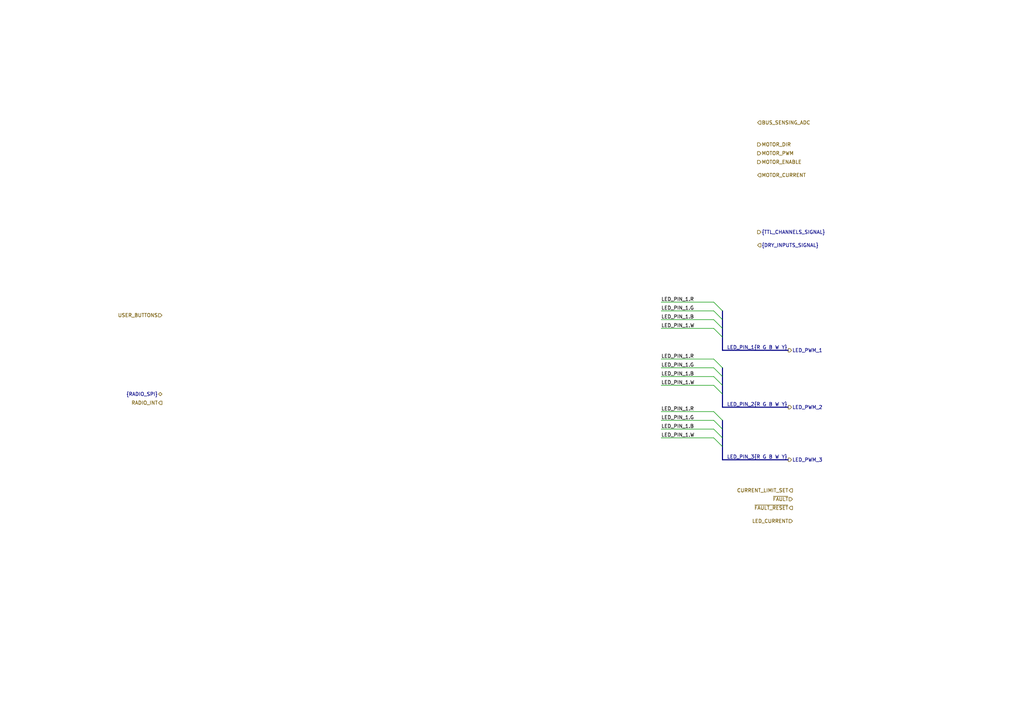
<source format=kicad_sch>
(kicad_sch
	(version 20250114)
	(generator "eeschema")
	(generator_version "9.0")
	(uuid "599154be-6ff7-44bc-a855-eb69d46eaf3b")
	(paper "A4")
	(lib_symbols)
	(bus_entry
		(at 209.55 90.17)
		(size -2.54 -2.54)
		(stroke
			(width 0)
			(type default)
		)
		(uuid "007ceb2f-f6d3-4e50-a13f-4e6cd2528805")
	)
	(bus_entry
		(at 209.55 121.92)
		(size -2.54 -2.54)
		(stroke
			(width 0)
			(type default)
		)
		(uuid "0cb57481-833b-4bca-a155-212bca209e34")
	)
	(bus_entry
		(at 209.55 114.3)
		(size -2.54 -2.54)
		(stroke
			(width 0)
			(type default)
		)
		(uuid "117de8e6-aeab-4265-ac2d-8ebc0c42a46b")
	)
	(bus_entry
		(at 209.55 109.22)
		(size -2.54 -2.54)
		(stroke
			(width 0)
			(type default)
		)
		(uuid "27c6dc05-865a-444d-85e3-a5d36fb2286c")
	)
	(bus_entry
		(at 209.55 97.79)
		(size -2.54 -2.54)
		(stroke
			(width 0)
			(type default)
		)
		(uuid "38fe29d6-f31b-4790-adbf-110e7da9c8d4")
	)
	(bus_entry
		(at 209.55 127)
		(size -2.54 -2.54)
		(stroke
			(width 0)
			(type default)
		)
		(uuid "520f4b7a-2c59-4083-9d9d-30ce3207e345")
	)
	(bus_entry
		(at 209.55 111.76)
		(size -2.54 -2.54)
		(stroke
			(width 0)
			(type default)
		)
		(uuid "783090b0-e45e-476b-b5b7-0f5f4392fda8")
	)
	(bus_entry
		(at 209.55 95.25)
		(size -2.54 -2.54)
		(stroke
			(width 0)
			(type default)
		)
		(uuid "b628e186-d076-4d7e-9a68-706505fb5584")
	)
	(bus_entry
		(at 209.55 106.68)
		(size -2.54 -2.54)
		(stroke
			(width 0)
			(type default)
		)
		(uuid "cf59ef09-c303-4bde-a592-51f48f1ddaf4")
	)
	(bus_entry
		(at 209.55 129.54)
		(size -2.54 -2.54)
		(stroke
			(width 0)
			(type default)
		)
		(uuid "ddc9626b-3eef-4435-8d2e-2073525eb28d")
	)
	(bus_entry
		(at 209.55 124.46)
		(size -2.54 -2.54)
		(stroke
			(width 0)
			(type default)
		)
		(uuid "e1c259c7-1cc6-4661-b073-c7de9943b857")
	)
	(bus_entry
		(at 209.55 92.71)
		(size -2.54 -2.54)
		(stroke
			(width 0)
			(type default)
		)
		(uuid "faa10a90-731c-4458-9299-653a807cfa22")
	)
	(bus
		(pts
			(xy 209.55 95.25) (xy 209.55 97.79)
		)
		(stroke
			(width 0)
			(type default)
		)
		(uuid "15a18d86-248a-4f17-b25c-27cec4c7f574")
	)
	(wire
		(pts
			(xy 191.77 124.46) (xy 207.01 124.46)
		)
		(stroke
			(width 0)
			(type default)
		)
		(uuid "23ee3015-a0c3-47af-bcc4-1c2c2adab17f")
	)
	(bus
		(pts
			(xy 209.55 127) (xy 209.55 129.54)
		)
		(stroke
			(width 0)
			(type default)
		)
		(uuid "280a946c-8177-4c5a-8613-e583da80240b")
	)
	(wire
		(pts
			(xy 191.77 90.17) (xy 207.01 90.17)
		)
		(stroke
			(width 0)
			(type default)
		)
		(uuid "41b32a4a-7bbc-4d0e-ac15-fccd90b1e626")
	)
	(bus
		(pts
			(xy 209.55 118.11) (xy 209.55 114.3)
		)
		(stroke
			(width 0)
			(type default)
		)
		(uuid "465ffe91-4d63-4ee4-aea9-27bcb1d5a8fa")
	)
	(wire
		(pts
			(xy 191.77 109.22) (xy 207.01 109.22)
		)
		(stroke
			(width 0)
			(type default)
		)
		(uuid "4c592641-44c9-4127-a6f5-376f5dce285d")
	)
	(wire
		(pts
			(xy 191.77 119.38) (xy 207.01 119.38)
		)
		(stroke
			(width 0)
			(type default)
		)
		(uuid "56b5abfa-4421-42d2-aa14-b261d262a891")
	)
	(wire
		(pts
			(xy 191.77 127) (xy 207.01 127)
		)
		(stroke
			(width 0)
			(type default)
		)
		(uuid "58932194-b4c9-4d21-9425-5aba1a97cb02")
	)
	(wire
		(pts
			(xy 191.77 106.68) (xy 207.01 106.68)
		)
		(stroke
			(width 0)
			(type default)
		)
		(uuid "597e812c-094f-4854-8b41-e4aa4081d691")
	)
	(bus
		(pts
			(xy 209.55 90.17) (xy 209.55 92.71)
		)
		(stroke
			(width 0)
			(type default)
		)
		(uuid "63528cc2-560e-43d1-85f2-d769d74f69b9")
	)
	(bus
		(pts
			(xy 209.55 121.92) (xy 209.55 124.46)
		)
		(stroke
			(width 0)
			(type default)
		)
		(uuid "65f95260-f180-4004-a604-5c1b13ac3d36")
	)
	(bus
		(pts
			(xy 209.55 124.46) (xy 209.55 127)
		)
		(stroke
			(width 0)
			(type default)
		)
		(uuid "7080d0e9-274a-4197-b34b-c9b57ed708eb")
	)
	(bus
		(pts
			(xy 209.55 111.76) (xy 209.55 114.3)
		)
		(stroke
			(width 0)
			(type default)
		)
		(uuid "75821c79-de8b-4111-8dca-a22785bf2abb")
	)
	(wire
		(pts
			(xy 191.77 104.14) (xy 207.01 104.14)
		)
		(stroke
			(width 0)
			(type default)
		)
		(uuid "8a534402-2f87-4252-abb1-d398d3905277")
	)
	(bus
		(pts
			(xy 209.55 133.35) (xy 209.55 129.54)
		)
		(stroke
			(width 0)
			(type default)
		)
		(uuid "8c12680c-8401-4197-92db-97ff4b462fb4")
	)
	(bus
		(pts
			(xy 209.55 92.71) (xy 209.55 95.25)
		)
		(stroke
			(width 0)
			(type default)
		)
		(uuid "8e8d487e-4195-451f-acdf-0962e650c7b7")
	)
	(bus
		(pts
			(xy 209.55 133.35) (xy 228.6 133.35)
		)
		(stroke
			(width 0)
			(type default)
		)
		(uuid "a07f756b-a088-4780-a1f9-329c581b88ff")
	)
	(bus
		(pts
			(xy 209.55 101.6) (xy 228.6 101.6)
		)
		(stroke
			(width 0)
			(type default)
		)
		(uuid "aa27236e-6761-4237-8d44-dfb6cb8d45d9")
	)
	(bus
		(pts
			(xy 209.55 101.6) (xy 209.55 97.79)
		)
		(stroke
			(width 0)
			(type default)
		)
		(uuid "b5a3601c-71f1-41bf-bada-008211e9ddc3")
	)
	(wire
		(pts
			(xy 191.77 87.63) (xy 207.01 87.63)
		)
		(stroke
			(width 0)
			(type default)
		)
		(uuid "bb875b18-f33c-4cad-8776-5659b8c92430")
	)
	(wire
		(pts
			(xy 191.77 111.76) (xy 207.01 111.76)
		)
		(stroke
			(width 0)
			(type default)
		)
		(uuid "c4124f63-d450-4cc3-8c2e-27720489e13b")
	)
	(wire
		(pts
			(xy 191.77 95.25) (xy 207.01 95.25)
		)
		(stroke
			(width 0)
			(type default)
		)
		(uuid "c41ef510-33ce-4dad-b19b-c07bdde645f4")
	)
	(bus
		(pts
			(xy 209.55 109.22) (xy 209.55 111.76)
		)
		(stroke
			(width 0)
			(type default)
		)
		(uuid "d1c79c5f-d869-4378-aaa1-bd96c442f607")
	)
	(bus
		(pts
			(xy 209.55 118.11) (xy 228.6 118.11)
		)
		(stroke
			(width 0)
			(type default)
		)
		(uuid "e0668af3-22f8-4ec3-85ab-2a0b67b6f087")
	)
	(wire
		(pts
			(xy 191.77 121.92) (xy 207.01 121.92)
		)
		(stroke
			(width 0)
			(type default)
		)
		(uuid "e2c74052-fe7b-4b23-97fe-db1d6126178e")
	)
	(wire
		(pts
			(xy 191.77 92.71) (xy 207.01 92.71)
		)
		(stroke
			(width 0)
			(type default)
		)
		(uuid "ec51ffe1-f3ae-4be7-99b0-2ef775196720")
	)
	(bus
		(pts
			(xy 209.55 106.68) (xy 209.55 109.22)
		)
		(stroke
			(width 0)
			(type default)
		)
		(uuid "ed1e30b5-7b6a-4771-bf9d-2980c1e02d43")
	)
	(label "LED_PIN_1.R"
		(at 191.77 104.14 0)
		(effects
			(font
				(size 1.016 1.016)
			)
			(justify left bottom)
		)
		(uuid "05c677fe-9e14-4288-8ea4-fd68f75c5b58")
	)
	(label "LED_PIN_1.B"
		(at 191.77 109.22 0)
		(effects
			(font
				(size 1.016 1.016)
			)
			(justify left bottom)
		)
		(uuid "10fbe30c-4d70-4182-93bb-60600533592f")
	)
	(label "LED_PIN_1.G"
		(at 191.77 106.68 0)
		(effects
			(font
				(size 1.016 1.016)
			)
			(justify left bottom)
		)
		(uuid "20485252-e2f7-466c-b07a-0242c507d843")
	)
	(label "LED_PIN_2{R G B W Y}"
		(at 210.82 118.11 0)
		(effects
			(font
				(size 1.016 1.016)
			)
			(justify left bottom)
		)
		(uuid "257c6c12-bd52-4abc-8b15-637c5138551a")
	)
	(label "LED_PIN_1{R G B W Y}"
		(at 210.82 101.6 0)
		(effects
			(font
				(size 1.016 1.016)
			)
			(justify left bottom)
		)
		(uuid "2b6442f4-a245-42b8-8c93-3d73e0545280")
	)
	(label "LED_PIN_1.B"
		(at 191.77 124.46 0)
		(effects
			(font
				(size 1.016 1.016)
			)
			(justify left bottom)
		)
		(uuid "3d423d14-e099-4bf5-a309-d1d2f189fa70")
	)
	(label "LED_PIN_1.G"
		(at 191.77 90.17 0)
		(effects
			(font
				(size 1.016 1.016)
			)
			(justify left bottom)
		)
		(uuid "5e35b981-bd54-48b2-a1d1-a5e585c83853")
	)
	(label "LED_PIN_1.W"
		(at 191.77 127 0)
		(effects
			(font
				(size 1.016 1.016)
			)
			(justify left bottom)
		)
		(uuid "6728eca7-7780-45e0-84c2-10940cc92373")
	)
	(label "LED_PIN_1.R"
		(at 191.77 119.38 0)
		(effects
			(font
				(size 1.016 1.016)
			)
			(justify left bottom)
		)
		(uuid "8d1364c6-0d27-410c-93fd-1256cf1316aa")
	)
	(label "LED_PIN_1.B"
		(at 191.77 92.71 0)
		(effects
			(font
				(size 1.016 1.016)
			)
			(justify left bottom)
		)
		(uuid "9679f088-056f-4229-a032-959fd10c08d6")
	)
	(label "LED_PIN_1.G"
		(at 191.77 121.92 0)
		(effects
			(font
				(size 1.016 1.016)
			)
			(justify left bottom)
		)
		(uuid "b4b0a0a8-fb5b-4fca-adc1-adc3124534e3")
	)
	(label "LED_PIN_1.R"
		(at 191.77 87.63 0)
		(effects
			(font
				(size 1.016 1.016)
			)
			(justify left bottom)
		)
		(uuid "d56ff5c2-a790-4d5e-9410-f53c4c1a14ec")
	)
	(label "LED_PIN_1.W"
		(at 191.77 111.76 0)
		(effects
			(font
				(size 1.016 1.016)
			)
			(justify left bottom)
		)
		(uuid "d746d4b0-95fd-4bd8-9a21-d03045dfba27")
	)
	(label "LED_PIN_1.W"
		(at 191.77 95.25 0)
		(effects
			(font
				(size 1.016 1.016)
			)
			(justify left bottom)
		)
		(uuid "eac58688-1fee-4379-9059-1db9206a68e3")
	)
	(label "LED_PIN_3{R G B W Y}"
		(at 210.82 133.35 0)
		(effects
			(font
				(size 1.016 1.016)
			)
			(justify left bottom)
		)
		(uuid "eecf3704-0aec-43fc-987d-2257a4553fef")
	)
	(hierarchical_label "{TTL_CHANNELS_SIGNAL}"
		(shape output)
		(at 219.71 67.31 0)
		(effects
			(font
				(size 1.016 1.016)
			)
			(justify left)
		)
		(uuid "1d983d63-5780-4f78-81ab-bb8122bdf139")
	)
	(hierarchical_label "LED_PWM_1"
		(shape output)
		(at 228.6 101.6 0)
		(effects
			(font
				(size 1.016 1.016)
			)
			(justify left)
		)
		(uuid "26072ba0-44da-4cfc-af28-52d36773bdc1")
	)
	(hierarchical_label "~{FAULT_RESET}"
		(shape output)
		(at 229.87 147.32 180)
		(effects
			(font
				(size 1.016 1.016)
			)
			(justify right)
		)
		(uuid "2d56b39c-f202-4390-9f77-720ab6235866")
	)
	(hierarchical_label "MOTOR_ENABLE"
		(shape output)
		(at 219.71 46.99 0)
		(effects
			(font
				(size 1.016 1.016)
			)
			(justify left)
		)
		(uuid "30a87344-b242-40ce-a79a-db5d8507fa27")
	)
	(hierarchical_label "{DRY_INPUTS_SIGNAL}"
		(shape input)
		(at 219.71 71.12 0)
		(effects
			(font
				(size 1.016 1.016)
			)
			(justify left)
		)
		(uuid "327c5100-331f-42dc-9392-35feedb9bf59")
	)
	(hierarchical_label "LED_PWM_2"
		(shape output)
		(at 228.6 118.11 0)
		(effects
			(font
				(size 1.016 1.016)
			)
			(justify left)
		)
		(uuid "43e0e03b-56a1-4b7e-82ca-d7811036a591")
	)
	(hierarchical_label "RADIO_INT"
		(shape output)
		(at 46.99 116.84 180)
		(effects
			(font
				(size 1.016 1.016)
			)
			(justify right)
		)
		(uuid "4fa0aa8b-367f-4634-896d-2ff3499d9ad2")
	)
	(hierarchical_label "LED_CURRENT"
		(shape input)
		(at 229.87 151.13 180)
		(effects
			(font
				(size 1.016 1.016)
			)
			(justify right)
		)
		(uuid "5d9899c4-ae5c-4ef7-9259-2d756930c4c9")
	)
	(hierarchical_label "MOTOR_DIR"
		(shape output)
		(at 219.71 41.91 0)
		(effects
			(font
				(size 1.016 1.016)
			)
			(justify left)
		)
		(uuid "5dc3bceb-5361-462f-8c38-0c713fa036c9")
	)
	(hierarchical_label "{RADIO_SPI}"
		(shape bidirectional)
		(at 46.99 114.3 180)
		(effects
			(font
				(size 1.016 1.016)
			)
			(justify right)
		)
		(uuid "74348bdf-80de-4214-b545-5ca0363442b1")
	)
	(hierarchical_label "LED_PWM_3"
		(shape output)
		(at 228.6 133.35 0)
		(effects
			(font
				(size 1.016 1.016)
			)
			(justify left)
		)
		(uuid "8779d3e7-bf4f-45db-a305-a7d8289fc1fc")
	)
	(hierarchical_label "MOTOR_PWM"
		(shape output)
		(at 219.71 44.45 0)
		(effects
			(font
				(size 1.016 1.016)
			)
			(justify left)
		)
		(uuid "9a9d5f77-40d2-4e29-84db-c2f0186745e3")
	)
	(hierarchical_label "USER_BUTTONS"
		(shape input)
		(at 46.99 91.44 180)
		(effects
			(font
				(size 1.016 1.016)
			)
			(justify right)
		)
		(uuid "c285707a-c987-4d1a-a98e-0c9483e37869")
	)
	(hierarchical_label "BUS_SENSING_ADC"
		(shape input)
		(at 219.71 35.56 0)
		(effects
			(font
				(size 1.016 1.016)
			)
			(justify left)
		)
		(uuid "da94aff6-9655-4f58-bf29-26998ab487b8")
	)
	(hierarchical_label "CURRENT_LIMIT_SET"
		(shape output)
		(at 229.87 142.24 180)
		(effects
			(font
				(size 1.016 1.016)
			)
			(justify right)
		)
		(uuid "dd9f78af-a2ef-4a6a-b58d-e442e577e3a7")
	)
	(hierarchical_label "~{FAULT}"
		(shape input)
		(at 229.87 144.78 180)
		(effects
			(font
				(size 1.016 1.016)
			)
			(justify right)
		)
		(uuid "dda04258-3a7f-4e65-a8f1-8d47c121bc67")
	)
	(hierarchical_label "MOTOR_CURRENT"
		(shape input)
		(at 219.71 50.8 0)
		(effects
			(font
				(size 1.016 1.016)
			)
			(justify left)
		)
		(uuid "e61ec9a5-3ba6-4739-b130-376dc2f2ad2b")
	)
)

</source>
